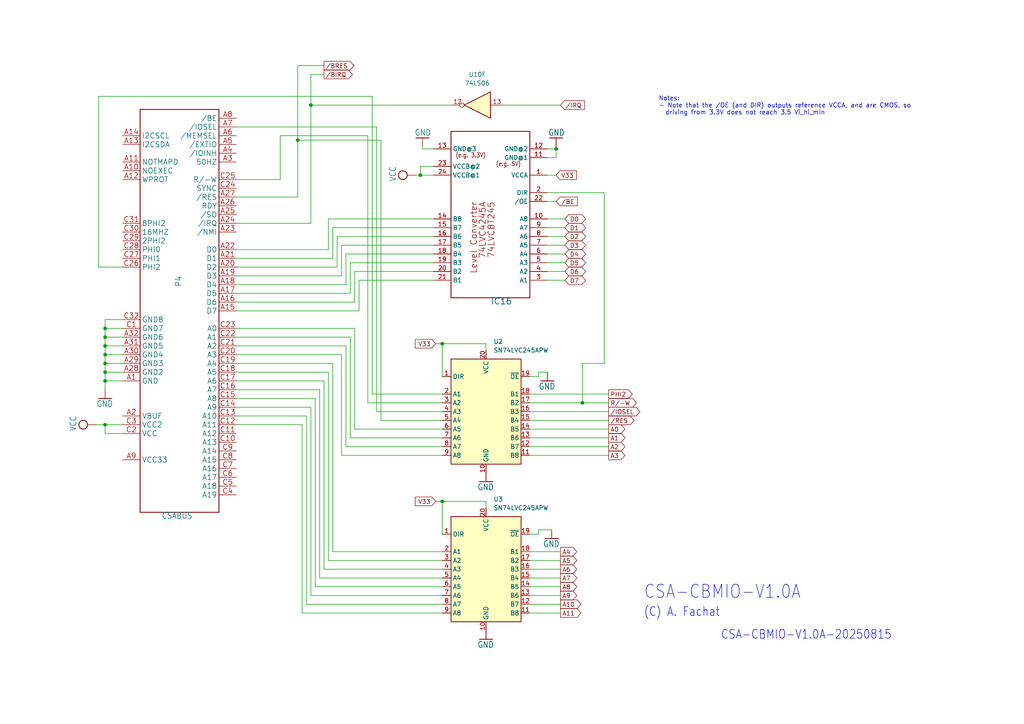
<source format=kicad_sch>
(kicad_sch (version 20250114) (generator "eeschema") (generator_version "9.0")
  (paper "A4")
  (lib_symbols
    (symbol "74xx:74LS06" (pin_names (offset 1.016))
      (property "Reference" "U" (at 0 1.27 0))
      (property "Value" "74LS06" (at 0 -1.27 0))
      (symbol "74LS06_1_0"
        (polyline (pts (xy -3.81 3.81) (xy -3.81 -3.81) (xy 3.81 0) (xy -3.81 3.81)) (stroke (width 0.254)) (fill (type background)))
        (pin input line (at -7.62 0 0) (length 3.81) (name "~") (number "1"))
        (pin open_collector inverted (at 7.62 0 180) (length 3.81) (name "~") (number "2"))
      )
      (symbol "74LS06_2_0"
        (polyline (pts (xy -3.81 3.81) (xy -3.81 -3.81) (xy 3.81 0) (xy -3.81 3.81)) (stroke (width 0.254)) (fill (type background)))
        (pin input line (at -7.62 0 0) (length 3.81) (name "~") (number "3"))
        (pin open_collector inverted (at 7.62 0 180) (length 3.81) (name "~") (number "4"))
      )
      (symbol "74LS06_3_0"
        (polyline (pts (xy -3.81 3.81) (xy -3.81 -3.81) (xy 3.81 0) (xy -3.81 3.81)) (stroke (width 0.254)) (fill (type background)))
        (pin input line (at -7.62 0 0) (length 3.81) (name "~") (number "5"))
        (pin open_collector inverted (at 7.62 0 180) (length 3.81) (name "~") (number "6"))
      )
      (symbol "74LS06_4_0"
        (polyline (pts (xy -3.81 3.81) (xy -3.81 -3.81) (xy 3.81 0) (xy -3.81 3.81)) (stroke (width 0.254)) (fill (type background)))
        (pin input line (at -7.62 0 0) (length 3.81) (name "~") (number "9"))
        (pin open_collector inverted (at 7.62 0 180) (length 3.81) (name "~") (number "8"))
      )
      (symbol "74LS06_5_0"
        (polyline (pts (xy -3.81 3.81) (xy -3.81 -3.81) (xy 3.81 0) (xy -3.81 3.81)) (stroke (width 0.254)) (fill (type background)))
        (pin input line (at -7.62 0 0) (length 3.81) (name "~") (number "11"))
        (pin open_collector inverted (at 7.62 0 180) (length 3.81) (name "~") (number "10"))
      )
      (symbol "74LS06_6_0"
        (polyline (pts (xy -3.81 3.81) (xy -3.81 -3.81) (xy 3.81 0) (xy -3.81 3.81)) (stroke (width 0.254)) (fill (type background)))
        (pin input line (at -7.62 0 0) (length 3.81) (name "~") (number "13"))
        (pin open_collector inverted (at 7.62 0 180) (length 3.81) (name "~") (number "12"))
      )
      (symbol "74LS06_7_0"
        (pin power_in line (at 0 12.7 270) (length 5.08) (name "VCC") (number "14"))
        (pin power_in line (at 0 -12.7 90) (length 5.08) (name "GND") (number "7"))
      )
      (symbol "74LS06_7_1"
        (rectangle (start -5.08 7.62) (end 5.08 -7.62) (stroke (width 0.254)) (fill (type background)))
      )
    )
    (symbol "Logic_LevelTranslator:SN74LVC245APW"
      (property "Reference" "U" (at -10.16 17.78 0))
      (property "Value" "SN74LVC245APW" (at 10.16 17.78 0))
      (symbol "SN74LVC245APW_0_1"
        (rectangle (start -10.16 15.24) (end 10.16 -15.24) (stroke (width 0.254)) (fill (type background)))
      )
      (symbol "SN74LVC245APW_1_1"
        (pin input line (at -12.7 10.16 0) (length 2.54) (name "DIR") (number "1"))
        (pin bidirectional line (at -12.7 5.08 0) (length 2.54) (name "A1") (number "2"))
        (pin bidirectional line (at -12.7 2.54 0) (length 2.54) (name "A2") (number "3"))
        (pin bidirectional line (at -12.7 0 0) (length 2.54) (name "A3") (number "4"))
        (pin bidirectional line (at -12.7 -2.54 0) (length 2.54) (name "A4") (number "5"))
        (pin bidirectional line (at -12.7 -5.08 0) (length 2.54) (name "A5") (number "6"))
        (pin bidirectional line (at -12.7 -7.62 0) (length 2.54) (name "A6") (number "7"))
        (pin bidirectional line (at -12.7 -10.16 0) (length 2.54) (name "A7") (number "8"))
        (pin bidirectional line (at -12.7 -12.7 0) (length 2.54) (name "A8") (number "9"))
        (pin power_in line (at 0 17.78 270) (length 2.54) (name "VCC") (number "20"))
        (pin power_in line (at 0 -17.78 90) (length 2.54) (name "GND") (number "10"))
        (pin input line (at 12.7 10.16 180) (length 2.54) (name "~{OE}") (number "19"))
        (pin bidirectional line (at 12.7 5.08 180) (length 2.54) (name "B1") (number "18"))
        (pin bidirectional line (at 12.7 2.54 180) (length 2.54) (name "B2") (number "17"))
        (pin bidirectional line (at 12.7 0 180) (length 2.54) (name "B3") (number "16"))
        (pin bidirectional line (at 12.7 -2.54 180) (length 2.54) (name "B4") (number "15"))
        (pin bidirectional line (at 12.7 -5.08 180) (length 2.54) (name "B5") (number "14"))
        (pin bidirectional line (at 12.7 -7.62 180) (length 2.54) (name "B6") (number "13"))
        (pin bidirectional line (at 12.7 -10.16 180) (length 2.54) (name "B7") (number "12"))
        (pin bidirectional line (at 12.7 -12.7 180) (length 2.54) (name "B8") (number "11"))
      )
    )
    (symbol "cbm_ultipet_v1-eagle-import:74LVC8T245SO24"
      (property "Reference" "IC" (at -2.54 22.86 0))
      (symbol "74LVC8T245SO24_1_0"
        (polyline (pts (xy -7.62 22.86) (xy 15.24 22.86)) (stroke (width 0.254)))
        (polyline (pts (xy -7.62 -25.4) (xy -7.62 22.86)) (stroke (width 0.254)))
        (polyline (pts (xy 15.24 22.86) (xy 15.24 -25.4)) (stroke (width 0.254)))
        (polyline (pts (xy 15.24 -25.4) (xy -7.62 -25.4)) (stroke (width 0.254)))
        (text "(e.g. 5V)" (at -5.08 -15.24 0) (effects (font (size 1.27 1.0795)) (justify left bottom)))
        (text "74LVC8T245" (at 2.54 -5.08 900) (effects (font (size 1.778 1.778)) (justify left bottom)))
        (text "74LVC4245A" (at 5.08 -5.08 900) (effects (font (size 1.778 1.778)) (justify left bottom)))
        (text "(e.g. 3.3V)" (at 5.08 -17.78 0) (effects (font (size 1.27 1.0795)) (justify left bottom)))
        (text "Level Converter" (at 7.62 -5.08 900) (effects (font (size 1.778 1.778)) (justify left bottom)))
        (pin bidirectional line (at -12.7 17.78 0) (length 5.08) (name "A1") (number "3"))
        (pin bidirectional line (at -12.7 15.24 0) (length 5.08) (name "A2") (number "4"))
        (pin bidirectional line (at -12.7 12.7 0) (length 5.08) (name "A3") (number "5"))
        (pin bidirectional line (at -12.7 10.16 0) (length 5.08) (name "A4") (number "6"))
        (pin bidirectional line (at -12.7 7.62 0) (length 5.08) (name "A5") (number "7"))
        (pin bidirectional line (at -12.7 5.08 0) (length 5.08) (name "A6") (number "8"))
        (pin bidirectional line (at -12.7 2.54 0) (length 5.08) (name "A7") (number "9"))
        (pin bidirectional line (at -12.7 0 0) (length 5.08) (name "A8") (number "10"))
        (pin input line (at -12.7 -5.08 0) (length 5.08) (name "/OE") (number "22"))
        (pin input line (at -12.7 -7.62 0) (length 5.08) (name "DIR") (number "2"))
        (pin input line (at -12.7 -12.7 0) (length 5.08) (name "VCCA") (number "1"))
        (pin input line (at -12.7 -17.78 0) (length 5.08) (name "GND@1") (number "11"))
        (pin input line (at -12.7 -20.32 0) (length 5.08) (name "GND@2") (number "12"))
        (pin bidirectional line (at 20.32 17.78 180) (length 5.08) (name "B1") (number "21"))
        (pin bidirectional line (at 20.32 15.24 180) (length 5.08) (name "B2") (number "20"))
        (pin bidirectional line (at 20.32 12.7 180) (length 5.08) (name "B3") (number "19"))
        (pin bidirectional line (at 20.32 10.16 180) (length 5.08) (name "B4") (number "18"))
        (pin bidirectional line (at 20.32 7.62 180) (length 5.08) (name "B5") (number "17"))
        (pin bidirectional line (at 20.32 5.08 180) (length 5.08) (name "B6") (number "16"))
        (pin bidirectional line (at 20.32 2.54 180) (length 5.08) (name "B7") (number "15"))
        (pin bidirectional line (at 20.32 0 180) (length 5.08) (name "B8") (number "14"))
        (pin input line (at 20.32 -12.7 180) (length 5.08) (name "VCCB@1") (number "24"))
        (pin input line (at 20.32 -15.24 180) (length 5.08) (name "VCCB@2") (number "23"))
        (pin input line (at 20.32 -20.32 180) (length 5.08) (name "GND@3") (number "13"))
      )
    )
    (symbol "cbm_ultipet_v1-eagle-import:GND" (power)
      (property "Value" "GND" (at -2.54 -2.54 0))
      (symbol "GND_1_0"
        (polyline (pts (xy -1.905 0) (xy 1.905 0)) (stroke (width 0.254)))
        (pin power_in line (at 0 2.54 270) (length 2.54) (name "GND") (number "1"))
      )
    )
    (symbol "cbm_ultipet_v1-eagle-import:VCC" (power)
      (property "Value" "VCC" (at -1.905 3.175 0))
      (symbol "VCC_1_0"
        (circle (center 0 1.27) (radius 1.27) (stroke (width 0.254)))
        (pin power_in line (at 0 -2.54 90) (length 2.54) (name "VCC") (number "1"))
      )
    )
    (symbol "csa_petio_v1-eagle-import:CSABUS"
      (property "Reference" "P" (at 5.08 -10.16 90))
      (symbol "CSABUS_1_0"
        (polyline (pts (xy -7.62 58.42) (xy -7.62 -58.42)) (stroke (width 0.254)))
        (polyline (pts (xy -7.62 -58.42) (xy 15.24 -58.42)) (stroke (width 0.254)))
        (polyline (pts (xy 15.24 58.42) (xy -7.62 58.42)) (stroke (width 0.254)))
        (polyline (pts (xy 15.24 -58.42) (xy 15.24 58.42)) (stroke (width 0.254)))
        (pin bidirectional line (at -12.7 53.34 0) (length 5.08) (name "A19") (number "C4"))
        (pin bidirectional line (at -12.7 50.8 0) (length 5.08) (name "A18") (number "C5"))
        (pin bidirectional line (at -12.7 48.26 0) (length 5.08) (name "A17") (number "C6"))
        (pin bidirectional line (at -12.7 45.72 0) (length 5.08) (name "A16") (number "C7"))
        (pin bidirectional line (at -12.7 43.18 0) (length 5.08) (name "A15") (number "C8"))
        (pin bidirectional line (at -12.7 40.64 0) (length 5.08) (name "A14") (number "C9"))
        (pin bidirectional line (at -12.7 38.1 0) (length 5.08) (name "A13") (number "C10"))
        (pin bidirectional line (at -12.7 35.56 0) (length 5.08) (name "A12") (number "C11"))
        (pin bidirectional line (at -12.7 33.02 0) (length 5.08) (name "A11") (number "C12"))
        (pin bidirectional line (at -12.7 30.48 0) (length 5.08) (name "A10") (number "C13"))
        (pin bidirectional line (at -12.7 27.94 0) (length 5.08) (name "A9") (number "C14"))
        (pin bidirectional line (at -12.7 25.4 0) (length 5.08) (name "A8") (number "C15"))
        (pin bidirectional line (at -12.7 22.86 0) (length 5.08) (name "A7") (number "C16"))
        (pin bidirectional line (at -12.7 20.32 0) (length 5.08) (name "A6") (number "C17"))
        (pin bidirectional line (at -12.7 17.78 0) (length 5.08) (name "A5") (number "C18"))
        (pin bidirectional line (at -12.7 15.24 0) (length 5.08) (name "A4") (number "C19"))
        (pin bidirectional line (at -12.7 12.7 0) (length 5.08) (name "A3") (number "C20"))
        (pin bidirectional line (at -12.7 10.16 0) (length 5.08) (name "A2") (number "C21"))
        (pin bidirectional line (at -12.7 7.62 0) (length 5.08) (name "A1") (number "C22"))
        (pin bidirectional line (at -12.7 5.08 0) (length 5.08) (name "A0") (number "C23"))
        (pin bidirectional line (at -12.7 0 0) (length 5.08) (name "D7") (number "A15"))
        (pin bidirectional line (at -12.7 -2.54 0) (length 5.08) (name "D6") (number "A16"))
        (pin bidirectional line (at -12.7 -5.08 0) (length 5.08) (name "D5") (number "A17"))
        (pin bidirectional line (at -12.7 -7.62 0) (length 5.08) (name "D4") (number "A18"))
        (pin bidirectional line (at -12.7 -10.16 0) (length 5.08) (name "D3") (number "A19"))
        (pin bidirectional line (at -12.7 -12.7 0) (length 5.08) (name "D2") (number "A20"))
        (pin bidirectional line (at -12.7 -15.24 0) (length 5.08) (name "D1") (number "A21"))
        (pin bidirectional line (at -12.7 -17.78 0) (length 5.08) (name "D0") (number "A22"))
        (pin bidirectional line (at -12.7 -22.86 0) (length 5.08) (name "/NMI") (number "A23"))
        (pin bidirectional line (at -12.7 -25.4 0) (length 5.08) (name "/IRQ") (number "A24"))
        (pin bidirectional line (at -12.7 -27.94 0) (length 5.08) (name "/SO") (number "A25"))
        (pin bidirectional line (at -12.7 -30.48 0) (length 5.08) (name "RDY") (number "A26"))
        (pin bidirectional line (at -12.7 -33.02 0) (length 5.08) (name "/RES") (number "A27"))
        (pin bidirectional line (at -12.7 -35.56 0) (length 5.08) (name "SYNC") (number "C24"))
        (pin bidirectional line (at -12.7 -38.1 0) (length 5.08) (name "R/-W") (number "C25"))
        (pin bidirectional line (at -12.7 -43.18 0) (length 5.08) (name "50HZ") (number "A3"))
        (pin bidirectional line (at -12.7 -45.72 0) (length 5.08) (name "/IOINH") (number "A4"))
        (pin bidirectional line (at -12.7 -48.26 0) (length 5.08) (name "/EXTIO") (number "A5"))
        (pin bidirectional line (at -12.7 -50.8 0) (length 5.08) (name "/MEMSEL") (number "A6"))
        (pin bidirectional line (at -12.7 -53.34 0) (length 5.08) (name "/IOSEL") (number "A7"))
        (pin bidirectional line (at -12.7 -55.88 0) (length 5.08) (name "/BE") (number "A8"))
        (pin bidirectional line (at 20.32 43.18 180) (length 5.08) (name "VCC33") (number "A9"))
        (pin bidirectional line (at 20.32 35.56 180) (length 5.08) (name "VCC") (number "C2"))
        (pin bidirectional line (at 20.32 33.02 180) (length 5.08) (name "VCC2") (number "C3"))
        (pin bidirectional line (at 20.32 30.48 180) (length 5.08) (name "VBUF") (number "A2"))
        (pin bidirectional line (at 20.32 20.32 180) (length 5.08) (name "GND") (number "A1"))
        (pin bidirectional line (at 20.32 17.78 180) (length 5.08) (name "GND2") (number "A28"))
        (pin bidirectional line (at 20.32 15.24 180) (length 5.08) (name "GND3") (number "A29"))
        (pin bidirectional line (at 20.32 12.7 180) (length 5.08) (name "GND4") (number "A30"))
        (pin bidirectional line (at 20.32 10.16 180) (length 5.08) (name "GND5") (number "A31"))
        (pin bidirectional line (at 20.32 7.62 180) (length 5.08) (name "GND6") (number "A32"))
        (pin bidirectional line (at 20.32 5.08 180) (length 5.08) (name "GND7") (number "C1"))
        (pin bidirectional line (at 20.32 2.54 180) (length 5.08) (name "GND8") (number "C32"))
        (pin bidirectional line (at 20.32 -12.7 180) (length 5.08) (name "PHI2") (number "C26"))
        (pin bidirectional line (at 20.32 -15.24 180) (length 5.08) (name "PHI1") (number "C27"))
        (pin bidirectional line (at 20.32 -17.78 180) (length 5.08) (name "PHI0") (number "C28"))
        (pin bidirectional line (at 20.32 -20.32 180) (length 5.08) (name "2PHI2") (number "C29"))
        (pin bidirectional line (at 20.32 -22.86 180) (length 5.08) (name "16MHZ") (number "C30"))
        (pin bidirectional line (at 20.32 -25.4 180) (length 5.08) (name "8PHI2") (number "C31"))
        (pin bidirectional line (at 20.32 -38.1 180) (length 5.08) (name "WPROT") (number "A12"))
        (pin bidirectional line (at 20.32 -40.64 180) (length 5.08) (name "NOEXEC") (number "A10"))
        (pin bidirectional line (at 20.32 -43.18 180) (length 5.08) (name "NOTMAPD") (number "A11"))
        (pin bidirectional line (at 20.32 -48.26 180) (length 5.08) (name "I2CSDA") (number "A13"))
        (pin bidirectional line (at 20.32 -50.8 180) (length 5.08) (name "I2CSCL") (number "A14"))
      )
    )
    (symbol "csa_petio_v1-eagle-import:GND" (power)
      (symbol "GND_1_0"
        (polyline (pts (xy -1.905 0) (xy 1.905 0)) (stroke (width 0.254)))
        (pin power_in line (at 0 2.54 270) (length 2.54) (name "GND") (number "1"))
      )
    )
    (symbol "csa_petio_v1-eagle-import:VCC" (power)
      (symbol "VCC_1_0"
        (circle (center 0 1.27) (radius 1.27) (stroke (width 0.254)))
        (pin power_in line (at 0 -2.54 90) (length 2.54) (name "VCC") (number "1"))
      )
    )
  )
  (text "Notes:\n- Note that the /OE (and DIR) outputs reference VCCA, and are CMOS, so \n  driving from 3.3V does not reach 3.5 Vi_hi_min" (at 191.008 30.734 0) (effects (font (size 1.27 1.27)) (justify left)))
  (text "CSA-CBMIO-V1.0A" (at 186.69 173.99 0) (effects (font (size 3.81 3.2385)) (justify left bottom)))
  (text "(C) A. Fachat" (at 186.69 179.07 0) (effects (font (size 2.54 2.159)) (justify left bottom)))
  (text "CSA-CBMIO-V1.0A-20250815" (at 209.042 185.674 0) (effects (font (size 2.54 2.159)) (justify left bottom)))
  (junction (at 121.92 50.8))
  (junction (at 86.36 40.64))
  (junction (at 30.48 123.19))
  (junction (at 161.29 43.18))
  (junction (at 30.48 105.41))
  (junction (at 30.48 110.49))
  (junction (at 128.27 145.415))
  (junction (at 30.48 97.79))
  (junction (at 128.27 99.695))
  (junction (at 168.91 116.84))
  (junction (at 30.48 107.95))
  (junction (at 30.48 102.87))
  (junction (at 30.48 100.33))
  (junction (at 30.48 95.25))
  (junction (at 90.17 30.48))
  (wire (pts (xy 121.92 48.26) (xy 121.92 50.8)))
  (wire (pts (xy 30.48 107.95) (xy 35.56 107.95)) (stroke (width 0.1524)))
  (wire (pts (xy 122.555 43.18) (xy 122.555 42.545)))
  (wire (pts (xy 68.58 120.65) (xy 88.9 120.65)))
  (wire (pts (xy 107.95 27.94) (xy 107.95 114.3)))
  (wire (pts (xy 153.67 167.64) (xy 162.56 167.64)))
  (wire (pts (xy 102.87 87.63) (xy 102.87 78.74)) (stroke (width 0.1524)))
  (wire (pts (xy 30.48 123.19) (xy 30.48 125.73)) (stroke (width 0.1524)))
  (wire (pts (xy 153.67 132.08) (xy 176.53 132.08)))
  (wire (pts (xy 158.75 81.28) (xy 163.83 81.28)))
  (wire (pts (xy 158.75 45.72) (xy 161.29 45.72)))
  (wire (pts (xy 91.44 170.18) (xy 128.27 170.18)))
  (wire (pts (xy 156.21 153.67) (xy 160.02 153.67)))
  (wire (pts (xy 68.58 100.33) (xy 100.33 100.33)) (stroke (width 0.1524)))
  (wire (pts (xy 101.6 127) (xy 128.27 127)) (stroke (width 0.1524)))
  (wire (pts (xy 121.92 50.8) (xy 120.65 50.8)))
  (wire (pts (xy 125.73 43.18) (xy 122.555 43.18)))
  (wire (pts (xy 125.73 48.26) (xy 121.92 48.26)))
  (wire (pts (xy 101.6 85.09) (xy 101.6 76.2)) (stroke (width 0.1524)))
  (wire (pts (xy 68.58 110.49) (xy 93.98 110.49)))
  (wire (pts (xy 128.27 99.695) (xy 140.97 99.695)))
  (wire (pts (xy 30.48 102.87) (xy 30.48 100.33)) (stroke (width 0.1524)))
  (wire (pts (xy 101.6 97.79) (xy 101.6 127)) (stroke (width 0.1524)))
  (wire (pts (xy 30.48 100.33) (xy 30.48 97.79)) (stroke (width 0.1524)))
  (wire (pts (xy 96.52 66.04) (xy 125.73 66.04)) (stroke (width 0.1524)))
  (wire (pts (xy 146.05 30.48) (xy 162.56 30.48)))
  (wire (pts (xy 90.17 30.48) (xy 90.17 64.77)))
  (wire (pts (xy 68.58 87.63) (xy 102.87 87.63)) (stroke (width 0.1524)))
  (wire (pts (xy 153.67 172.72) (xy 162.56 172.72)))
  (wire (pts (xy 104.14 90.17) (xy 104.14 81.28)) (stroke (width 0.1524)))
  (wire (pts (xy 99.06 132.08) (xy 128.27 132.08)) (stroke (width 0.1524)))
  (wire (pts (xy 102.87 95.25) (xy 68.58 95.25)) (stroke (width 0.1524)))
  (wire (pts (xy 68.58 57.15) (xy 86.36 57.15)))
  (wire (pts (xy 161.29 43.18) (xy 161.29 42.545)))
  (wire (pts (xy 158.75 55.88) (xy 175.26 55.88)))
  (wire (pts (xy 153.67 165.1) (xy 162.56 165.1)))
  (wire (pts (xy 100.33 129.54) (xy 128.27 129.54)) (stroke (width 0.1524)))
  (wire (pts (xy 101.6 76.2) (xy 125.73 76.2)) (stroke (width 0.1524)))
  (wire (pts (xy 153.67 154.94) (xy 156.21 154.94)))
  (wire (pts (xy 30.48 95.25) (xy 35.56 95.25)) (stroke (width 0.1524)))
  (wire (pts (xy 68.58 72.39) (xy 95.25 72.39)) (stroke (width 0.1524)))
  (wire (pts (xy 96.52 160.02) (xy 128.27 160.02)))
  (wire (pts (xy 30.48 123.19) (xy 35.56 123.19)) (stroke (width 0.1524)))
  (wire (pts (xy 95.25 72.39) (xy 95.25 63.5)) (stroke (width 0.1524)))
  (wire (pts (xy 30.48 95.25) (xy 30.48 97.79)) (stroke (width 0.1524)))
  (wire (pts (xy 27.94 123.19) (xy 30.48 123.19)) (stroke (width 0.1524)))
  (wire (pts (xy 68.58 82.55) (xy 100.33 82.55)) (stroke (width 0.1524)))
  (wire (pts (xy 88.9 175.26) (xy 128.27 175.26)))
  (wire (pts (xy 68.58 118.11) (xy 90.17 118.11)))
  (wire (pts (xy 68.58 77.47) (xy 97.79 77.47)) (stroke (width 0.1524)))
  (wire (pts (xy 153.67 160.02) (xy 162.56 160.02)))
  (wire (pts (xy 140.97 145.415) (xy 140.97 147.32)))
  (wire (pts (xy 35.56 110.49) (xy 30.48 110.49)) (stroke (width 0.1524)))
  (wire (pts (xy 81.28 52.07) (xy 81.28 39.37)))
  (wire (pts (xy 156.21 109.22) (xy 156.21 107.95)))
  (wire (pts (xy 99.06 102.87) (xy 99.06 132.08)) (stroke (width 0.1524)))
  (wire (pts (xy 96.52 105.41) (xy 96.52 160.02)))
  (wire (pts (xy 30.48 125.73) (xy 35.56 125.73)) (stroke (width 0.1524)))
  (wire (pts (xy 68.58 105.41) (xy 96.52 105.41)))
  (wire (pts (xy 30.48 107.95) (xy 30.48 105.41)) (stroke (width 0.1524)))
  (wire (pts (xy 96.52 74.93) (xy 96.52 66.04)) (stroke (width 0.1524)))
  (wire (pts (xy 102.87 124.46) (xy 128.27 124.46)) (stroke (width 0.1524)))
  (wire (pts (xy 153.67 119.38) (xy 176.53 119.38)))
  (wire (pts (xy 153.67 129.54) (xy 176.53 129.54)))
  (wire (pts (xy 35.56 97.79) (xy 30.48 97.79)) (stroke (width 0.1524)))
  (wire (pts (xy 68.58 102.87) (xy 99.06 102.87)) (stroke (width 0.1524)))
  (wire (pts (xy 168.91 116.84) (xy 176.53 116.84)))
  (wire (pts (xy 68.58 64.77) (xy 90.17 64.77)))
  (wire (pts (xy 158.75 73.66) (xy 163.83 73.66)))
  (wire (pts (xy 28.575 27.94) (xy 107.95 27.94)))
  (wire (pts (xy 158.75 58.42) (xy 161.29 58.42)))
  (wire (pts (xy 156.21 107.95) (xy 158.75 107.95)))
  (wire (pts (xy 30.48 105.41) (xy 30.48 102.87)) (stroke (width 0.1524)))
  (wire (pts (xy 153.67 124.46) (xy 176.53 124.46)))
  (wire (pts (xy 100.33 73.66) (xy 125.73 73.66)) (stroke (width 0.1524)))
  (wire (pts (xy 93.98 19.05) (xy 86.36 19.05)))
  (wire (pts (xy 68.58 113.03) (xy 92.71 113.03)))
  (wire (pts (xy 91.44 115.57) (xy 91.44 170.18)))
  (wire (pts (xy 99.06 80.01) (xy 99.06 71.12)) (stroke (width 0.1524)))
  (wire (pts (xy 97.79 77.47) (xy 97.79 68.58)) (stroke (width 0.1524)))
  (wire (pts (xy 68.58 74.93) (xy 96.52 74.93)) (stroke (width 0.1524)))
  (wire (pts (xy 97.79 68.58) (xy 125.73 68.58)) (stroke (width 0.1524)))
  (wire (pts (xy 140.97 99.695) (xy 140.97 101.6)))
  (wire (pts (xy 86.36 40.64) (xy 110.49 40.64)))
  (wire (pts (xy 104.14 81.28) (xy 125.73 81.28)) (stroke (width 0.1524)))
  (wire (pts (xy 126.365 145.415) (xy 128.27 145.415)))
  (wire (pts (xy 125.73 50.8) (xy 121.92 50.8)))
  (wire (pts (xy 87.63 123.19) (xy 87.63 177.8)))
  (wire (pts (xy 153.67 127) (xy 176.53 127)))
  (wire (pts (xy 158.75 76.2) (xy 163.83 76.2)))
  (wire (pts (xy 35.56 92.71) (xy 30.48 92.71)) (stroke (width 0.1524)))
  (wire (pts (xy 93.98 21.59) (xy 90.17 21.59)))
  (wire (pts (xy 106.68 39.37) (xy 106.68 116.84)))
  (wire (pts (xy 158.75 78.74) (xy 163.83 78.74)))
  (wire (pts (xy 88.9 120.65) (xy 88.9 175.26)))
  (wire (pts (xy 128.27 99.695) (xy 128.27 109.22)))
  (wire (pts (xy 107.95 114.3) (xy 128.27 114.3)))
  (wire (pts (xy 153.67 177.8) (xy 162.56 177.8)))
  (wire (pts (xy 90.17 172.72) (xy 128.27 172.72)))
  (wire (pts (xy 109.22 36.83) (xy 109.22 119.38)))
  (wire (pts (xy 90.17 21.59) (xy 90.17 30.48)))
  (wire (pts (xy 153.67 162.56) (xy 162.56 162.56)))
  (wire (pts (xy 95.25 162.56) (xy 128.27 162.56)))
  (wire (pts (xy 68.58 85.09) (xy 101.6 85.09)) (stroke (width 0.1524)))
  (wire (pts (xy 30.48 95.25) (xy 30.48 92.71)) (stroke (width 0.1524)))
  (wire (pts (xy 130.81 30.48) (xy 90.17 30.48)))
  (wire (pts (xy 68.58 123.19) (xy 87.63 123.19)))
  (wire (pts (xy 86.36 57.15) (xy 86.36 40.64)))
  (wire (pts (xy 68.58 90.17) (xy 104.14 90.17)) (stroke (width 0.1524)))
  (wire (pts (xy 28.575 77.47) (xy 35.56 77.47)))
  (wire (pts (xy 68.58 52.07) (xy 81.28 52.07)))
  (wire (pts (xy 100.33 82.55) (xy 100.33 73.66)) (stroke (width 0.1524)))
  (wire (pts (xy 68.58 36.83) (xy 109.22 36.83)))
  (wire (pts (xy 158.75 63.5) (xy 163.83 63.5)))
  (wire (pts (xy 92.71 113.03) (xy 92.71 167.64)))
  (wire (pts (xy 168.91 105.41) (xy 168.91 116.84)))
  (wire (pts (xy 28.575 77.47) (xy 28.575 27.94)))
  (wire (pts (xy 30.48 110.49) (xy 30.48 107.95)) (stroke (width 0.1524)))
  (wire (pts (xy 110.49 40.64) (xy 110.49 121.92)))
  (wire (pts (xy 68.58 97.79) (xy 101.6 97.79)) (stroke (width 0.1524)))
  (wire (pts (xy 153.67 109.22) (xy 156.21 109.22)))
  (wire (pts (xy 153.67 170.18) (xy 162.56 170.18)))
  (wire (pts (xy 156.21 154.94) (xy 156.21 153.67)))
  (wire (pts (xy 35.56 102.87) (xy 30.48 102.87)) (stroke (width 0.1524)))
  (wire (pts (xy 68.58 115.57) (xy 91.44 115.57)))
  (wire (pts (xy 153.67 175.26) (xy 162.56 175.26)))
  (wire (pts (xy 109.22 119.38) (xy 128.27 119.38)))
  (wire (pts (xy 175.26 55.88) (xy 175.26 105.41)))
  (wire (pts (xy 30.48 105.41) (xy 35.56 105.41)) (stroke (width 0.1524)))
  (wire (pts (xy 128.27 145.415) (xy 128.27 154.94)))
  (wire (pts (xy 100.33 100.33) (xy 100.33 129.54)) (stroke (width 0.1524)))
  (wire (pts (xy 110.49 121.92) (xy 128.27 121.92)))
  (wire (pts (xy 86.36 19.05) (xy 86.36 40.64)))
  (wire (pts (xy 90.17 118.11) (xy 90.17 172.72)))
  (wire (pts (xy 158.75 68.58) (xy 163.83 68.58)))
  (wire (pts (xy 95.25 107.95) (xy 95.25 162.56)))
  (wire (pts (xy 161.29 45.72) (xy 161.29 43.18)))
  (wire (pts (xy 102.87 78.74) (xy 125.73 78.74)) (stroke (width 0.1524)))
  (wire (pts (xy 81.28 39.37) (xy 106.68 39.37)))
  (wire (pts (xy 87.63 177.8) (xy 128.27 177.8)))
  (wire (pts (xy 153.67 116.84) (xy 168.91 116.84)))
  (wire (pts (xy 153.67 121.92) (xy 176.53 121.92)))
  (wire (pts (xy 102.87 95.25) (xy 102.87 124.46)) (stroke (width 0.1524)))
  (wire (pts (xy 106.68 116.84) (xy 128.27 116.84)))
  (wire (pts (xy 126.365 99.695) (xy 128.27 99.695)))
  (wire (pts (xy 30.48 113.03) (xy 30.48 110.49)) (stroke (width 0.1524)))
  (wire (pts (xy 158.75 71.12) (xy 163.83 71.12)))
  (wire (pts (xy 93.98 110.49) (xy 93.98 165.1)))
  (wire (pts (xy 158.75 43.18) (xy 161.29 43.18)))
  (wire (pts (xy 68.58 107.95) (xy 95.25 107.95)))
  (wire (pts (xy 175.26 105.41) (xy 168.91 105.41)))
  (wire (pts (xy 99.06 71.12) (xy 125.73 71.12)) (stroke (width 0.1524)))
  (wire (pts (xy 30.48 100.33) (xy 35.56 100.33)) (stroke (width 0.1524)))
  (wire (pts (xy 92.71 167.64) (xy 128.27 167.64)))
  (wire (pts (xy 158.75 66.04) (xy 163.83 66.04)))
  (wire (pts (xy 128.27 145.415) (xy 140.97 145.415)))
  (wire (pts (xy 68.58 80.01) (xy 99.06 80.01)) (stroke (width 0.1524)))
  (wire (pts (xy 95.25 63.5) (xy 125.73 63.5)) (stroke (width 0.1524)))
  (wire (pts (xy 153.67 114.3) (xy 176.53 114.3)))
  (wire (pts (xy 161.29 50.8) (xy 158.75 50.8)))
  (wire (pts (xy 93.98 165.1) (xy 128.27 165.1)))
  (global_label "A4" (shape output) (at 162.56 160.02 0) (property "Intersheetrefs" "${INTERSHEET_REFS}" (effects (hide yes))))
  (global_label "D2" (shape bidirectional) (at 163.83 68.58 0) (property "Intersheetrefs" "${INTERSHEET_REFS}" (effects (hide yes))))
  (global_label "A8" (shape output) (at 162.56 170.18 0) (property "Intersheetrefs" "${INTERSHEET_REFS}" (effects (hide yes))))
  (global_label "D4" (shape bidirectional) (at 163.83 73.66 0) (property "Intersheetrefs" "${INTERSHEET_REFS}" (effects (hide yes))))
  (global_label "{slash}BE" (shape input) (at 161.29 58.42 0) (property "Intersheetrefs" "${INTERSHEET_REFS}" (effects (hide yes))))
  (global_label "A10" (shape output) (at 162.56 175.26 0) (property "Intersheetrefs" "${INTERSHEET_REFS}" (effects (hide yes))))
  (global_label "A1" (shape output) (at 176.53 127 0) (property "Intersheetrefs" "${INTERSHEET_REFS}" (effects (hide yes))))
  (global_label "{slash}RES" (shape output) (at 176.53 121.92 0) (property "Intersheetrefs" "${INTERSHEET_REFS}" (effects (hide yes))))
  (global_label "A9" (shape output) (at 162.56 172.72 0) (property "Intersheetrefs" "${INTERSHEET_REFS}" (effects (hide yes))))
  (global_label "A6" (shape output) (at 162.56 165.1 0) (property "Intersheetrefs" "${INTERSHEET_REFS}" (effects (hide yes))))
  (global_label "D5" (shape bidirectional) (at 163.83 76.2 0) (property "Intersheetrefs" "${INTERSHEET_REFS}" (effects (hide yes))))
  (global_label "V33" (shape input) (at 126.365 99.695 180) (property "Intersheetrefs" "${INTERSHEET_REFS}" (effects (hide yes))))
  (global_label "R{slash}-W" (shape output) (at 176.53 116.84 0) (property "Intersheetrefs" "${INTERSHEET_REFS}" (effects (hide yes))))
  (global_label "{slash}IOSEL" (shape output) (at 176.53 119.38 0) (property "Intersheetrefs" "${INTERSHEET_REFS}" (effects (hide yes))))
  (global_label "A11" (shape output) (at 162.56 177.8 0) (property "Intersheetrefs" "${INTERSHEET_REFS}" (effects (hide yes))))
  (global_label "{slash}BRES" (shape output) (at 93.98 19.05 0) (property "Intersheetrefs" "${INTERSHEET_REFS}" (effects (hide yes))))
  (global_label "V33" (shape input) (at 126.365 145.415 180) (property "Intersheetrefs" "${INTERSHEET_REFS}" (effects (hide yes))))
  (global_label "V33" (shape input) (at 161.29 50.8 0) (property "Intersheetrefs" "${INTERSHEET_REFS}" (effects (hide yes))))
  (global_label "A5" (shape output) (at 162.56 162.56 0) (property "Intersheetrefs" "${INTERSHEET_REFS}" (effects (hide yes))))
  (global_label "D0" (shape bidirectional) (at 163.83 63.5 0) (property "Intersheetrefs" "${INTERSHEET_REFS}" (effects (hide yes))))
  (global_label "A3" (shape output) (at 176.53 132.08 0) (property "Intersheetrefs" "${INTERSHEET_REFS}" (effects (hide yes))))
  (global_label "A2" (shape output) (at 176.53 129.54 0) (property "Intersheetrefs" "${INTERSHEET_REFS}" (effects (hide yes))))
  (global_label "{slash}BIRQ" (shape output) (at 93.98 21.59 0) (property "Intersheetrefs" "${INTERSHEET_REFS}" (effects (hide yes))))
  (global_label "D3" (shape bidirectional) (at 163.83 71.12 0) (property "Intersheetrefs" "${INTERSHEET_REFS}" (effects (hide yes))))
  (global_label "D6" (shape bidirectional) (at 163.83 78.74 0) (property "Intersheetrefs" "${INTERSHEET_REFS}" (effects (hide yes))))
  (global_label "A7" (shape output) (at 162.56 167.64 0) (property "Intersheetrefs" "${INTERSHEET_REFS}" (effects (hide yes))))
  (global_label "D1" (shape bidirectional) (at 163.83 66.04 0) (property "Intersheetrefs" "${INTERSHEET_REFS}" (effects (hide yes))))
  (global_label "D7" (shape bidirectional) (at 163.83 81.28 0) (property "Intersheetrefs" "${INTERSHEET_REFS}" (effects (hide yes))))
  (global_label "A0" (shape output) (at 176.53 124.46 0) (property "Intersheetrefs" "${INTERSHEET_REFS}" (effects (hide yes))))
  (global_label "PHI2" (shape output) (at 176.53 114.3 0) (property "Intersheetrefs" "${INTERSHEET_REFS}" (effects (hide yes))))
  (global_label "{slash}IRQ" (shape input) (at 162.56 30.48 0) (property "Intersheetrefs" "${INTERSHEET_REFS}" (effects (hide yes))))
  (symbol (lib_id "cbm_ultipet_v1-eagle-import:GND") (at 158.75 110.49 0) (unit 1)
    (property "Reference" "#GND018" (effects (hide yes)))
    (property "Value" "GND" (at 156.21 113.03 0) (effects (font (size 1.778 1.5113)) (justify left bottom)))
  )
  (symbol (lib_id "Logic_LevelTranslator:SN74LVC245APW") (at 140.97 165.1 0) (unit 1)
    (property "Reference" "U3" (at 143.1133 144.78 0) (effects (justify left)))
    (property "Value" "SN74LVC245APW" (at 143.1133 147.32 0) (effects (justify left)))
    (property "Footprint" "Package_SO:TSSOP-20_4.4x6.5mm_P0.65mm" (effects (hide yes)))
    (property "Datasheet" "https://www.ti.com/lit/ds/scas218x/scas218x.pdf" (effects (hide yes)))
    (property "Description" "8-Bit Single-Supply Bus Transceiver With 5V tolerant input voltage and 3-State Outputs 24mA, TSSOP-20" (effects (hide yes)))
  )
  (symbol (lib_id "csa_petio_v1-eagle-import:CSABUS") (at 55.88 90.17 180) (unit 1)
    (property "Reference" "P4" (at 50.8 80.01 90) (effects (font (size 1.778 1.5113)) (justify left bottom)))
    (property "Value" "CSABUS" (at 55.88 148.59 0) (effects (font (size 1.778 1.5113)) (justify left bottom)))
    (property "Footprint" "csa_petio_v1:CSABUS" (effects (hide yes)))
  )
  (symbol (lib_id "csa_petio_v1-eagle-import:GND") (at 30.48 115.57 0) (unit 1)
    (property "Reference" "#GND7" (effects (hide yes)))
    (property "Value" "GND" (at 27.94 118.11 0) (effects (font (size 1.778 1.5113)) (justify left bottom)))
  )
  (symbol (lib_id "cbm_ultipet_v1-eagle-import:GND") (at 122.555 40.005 180) (unit 1)
    (property "Reference" "#GND05" (effects (hide yes)))
    (property "Value" "GND" (at 125.095 37.465 0) (effects (font (size 1.778 1.5113)) (justify left bottom)))
  )
  (symbol (lib_id "cbm_ultipet_v1-eagle-import:GND") (at 161.29 40.005 180) (unit 1)
    (property "Reference" "#GND04" (effects (hide yes)))
    (property "Value" "GND" (at 163.83 37.465 0) (effects (font (size 1.778 1.5113)) (justify left bottom)))
  )
  (symbol (lib_id "Logic_LevelTranslator:SN74LVC245APW") (at 140.97 119.38 0) (unit 1)
    (property "Reference" "U2" (at 143.1133 99.06 0) (effects (justify left)))
    (property "Value" "SN74LVC245APW" (at 143.1133 101.6 0) (effects (justify left)))
    (property "Footprint" "Package_SO:TSSOP-20_4.4x6.5mm_P0.65mm" (effects (hide yes)))
    (property "Datasheet" "https://www.ti.com/lit/ds/scas218x/scas218x.pdf" (effects (hide yes)))
    (property "Description" "8-Bit Single-Supply Bus Transceiver With 5V tolerant input voltage and 3-State Outputs 24mA, TSSOP-20" (effects (hide yes)))
  )
  (symbol (lib_id "cbm_ultipet_v1-eagle-import:74LVC8T245SO24") (at 146.05 63.5 180) (unit 1)
    (property "Reference" "IC16" (at 148.59 86.36 0) (effects (font (size 1.778 1.778)) (justify left bottom)))
    (property "Value" "74LVC8T245SO24" (effects (hide yes)))
    (property "Footprint" "Package_SO:TSSOP-24_6.1x7.8mm_P0.65mm" (effects (hide yes)))
  )
  (symbol (lib_id "cbm_ultipet_v1-eagle-import:VCC") (at 118.11 50.8 90) (unit 1)
    (property "Reference" "#V01" (effects (hide yes)))
    (property "Value" "VCC" (at 114.935 52.705 0) (effects (font (size 1.778 1.5113)) (justify left bottom)))
  )
  (symbol (lib_id "cbm_ultipet_v1-eagle-import:GND") (at 160.02 156.21 0) (unit 1)
    (property "Reference" "#GND014" (effects (hide yes)))
    (property "Value" "GND" (at 157.48 158.75 0) (effects (font (size 1.778 1.5113)) (justify left bottom)))
  )
  (symbol (lib_id "csa_petio_v1-eagle-import:VCC") (at 25.4 123.19 90) (unit 1)
    (property "Reference" "#V2" (effects (hide yes)))
    (property "Value" "VCC" (at 22.225 125.095 0) (effects (font (size 1.778 1.5113)) (justify left bottom)))
  )
  (symbol (lib_id "74xx:74LS06") (at 138.43 30.48 180) (unit 6)
    (property "Reference" "U10" (at 138.43 21.59 0))
    (property "Value" "74LS06" (at 138.43 24.13 0))
    (property "Footprint" "Package_SO:SO-14_3.9x8.65mm_P1.27mm" (effects (hide yes)))
    (property "Datasheet" "http://www.ti.com/lit/gpn/sn74LS06" (effects (hide yes)))
    (property "Description" "Inverter Open Collect" (effects (hide yes)))
  )
  (symbol (lib_id "cbm_ultipet_v1-eagle-import:GND") (at 140.97 185.42 0) (unit 1)
    (property "Reference" "#GND013" (effects (hide yes)))
    (property "Value" "GND" (at 138.43 187.96 0) (effects (font (size 1.778 1.5113)) (justify left bottom)))
  )
  (symbol (lib_id "cbm_ultipet_v1-eagle-import:GND") (at 140.97 139.7 0) (unit 1)
    (property "Reference" "#GND06" (effects (hide yes)))
    (property "Value" "GND" (at 138.43 142.24 0) (effects (font (size 1.778 1.5113)) (justify left bottom)))
  )
)
</source>
